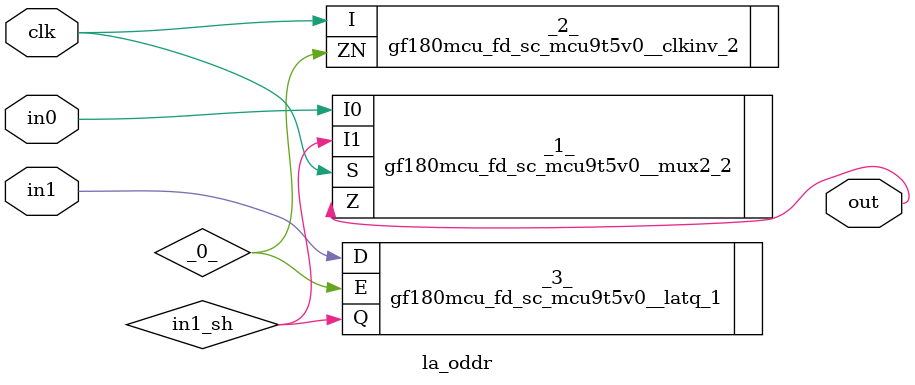
<source format=v>

/* Generated by Yosys 0.41 (git sha1 c1ad37779, g++ 11.4.0-1ubuntu1~22.04 -fPIC -Os) */

module la_oddr(clk, in0, in1, out);
  wire _0_;
  input clk;
  wire clk;
  input in0;
  wire in0;
  input in1;
  wire in1;
  wire in1_sh;
  output out;
  wire out;
  gf180mcu_fd_sc_mcu9t5v0__mux2_2 _1_ (
    .I0(in0),
    .I1(in1_sh),
    .S(clk),
    .Z(out)
  );
  gf180mcu_fd_sc_mcu9t5v0__clkinv_2 _2_ (
    .I(clk),
    .ZN(_0_)
  );
  gf180mcu_fd_sc_mcu9t5v0__latq_1 _3_ (
    .D(in1),
    .E(_0_),
    .Q(in1_sh)
  );
endmodule

</source>
